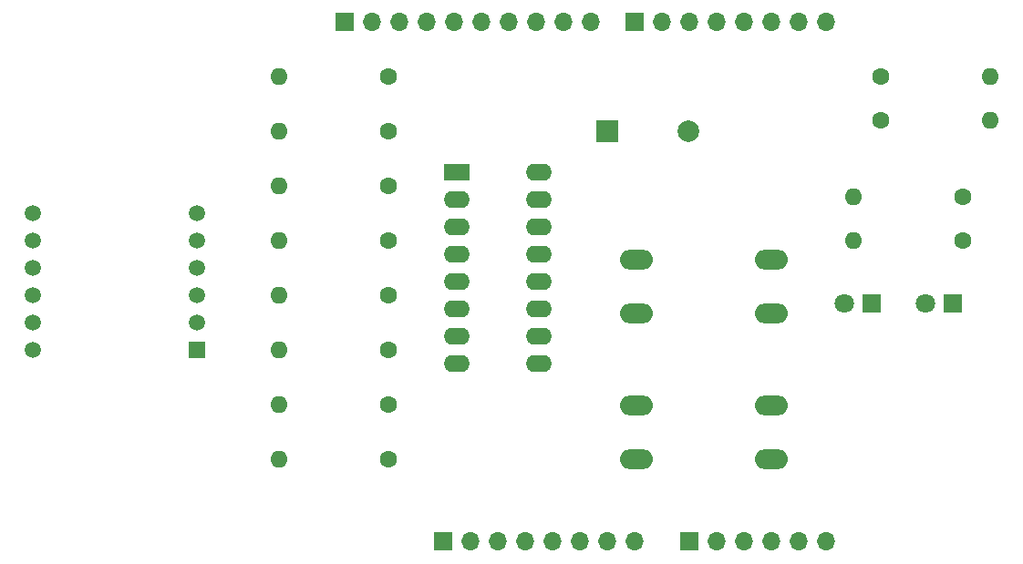
<source format=gbr>
%TF.GenerationSoftware,KiCad,Pcbnew,(7.0.0)*%
%TF.CreationDate,2023-03-30T13:35:51-06:00*%
%TF.ProjectId,Phase_A_UnoShield,50686173-655f-4415-9f55-6e6f53686965,rev?*%
%TF.SameCoordinates,Original*%
%TF.FileFunction,Soldermask,Top*%
%TF.FilePolarity,Negative*%
%FSLAX46Y46*%
G04 Gerber Fmt 4.6, Leading zero omitted, Abs format (unit mm)*
G04 Created by KiCad (PCBNEW (7.0.0)) date 2023-03-30 13:35:51*
%MOMM*%
%LPD*%
G01*
G04 APERTURE LIST*
%ADD10R,1.700000X1.700000*%
%ADD11O,1.700000X1.700000*%
%ADD12R,1.800000X1.800000*%
%ADD13C,1.800000*%
%ADD14R,2.400000X1.600000*%
%ADD15O,2.400000X1.600000*%
%ADD16C,1.600000*%
%ADD17O,1.600000X1.600000*%
%ADD18R,2.000000X2.000000*%
%ADD19C,2.000000*%
%ADD20O,3.048000X1.850000*%
%ADD21C,1.500000*%
%ADD22R,1.500000X1.500000*%
G04 APERTURE END LIST*
D10*
%TO.C,J1*%
X127939999Y-97459999D03*
D11*
X130479999Y-97459999D03*
X133019999Y-97459999D03*
X135559999Y-97459999D03*
X138099999Y-97459999D03*
X140639999Y-97459999D03*
X143179999Y-97459999D03*
X145719999Y-97459999D03*
%TD*%
D10*
%TO.C,J3*%
X150799999Y-97459999D03*
D11*
X153339999Y-97459999D03*
X155879999Y-97459999D03*
X158419999Y-97459999D03*
X160959999Y-97459999D03*
X163499999Y-97459999D03*
%TD*%
D10*
%TO.C,J2*%
X118795999Y-49199999D03*
D11*
X121335999Y-49199999D03*
X123875999Y-49199999D03*
X126415999Y-49199999D03*
X128955999Y-49199999D03*
X131495999Y-49199999D03*
X134035999Y-49199999D03*
X136575999Y-49199999D03*
X139115999Y-49199999D03*
X141655999Y-49199999D03*
%TD*%
D10*
%TO.C,J4*%
X145719999Y-49199999D03*
D11*
X148259999Y-49199999D03*
X150799999Y-49199999D03*
X153339999Y-49199999D03*
X155879999Y-49199999D03*
X158419999Y-49199999D03*
X160959999Y-49199999D03*
X163499999Y-49199999D03*
%TD*%
D12*
%TO.C,D2*%
X167799999Y-75319999D03*
D13*
X165260000Y-75320000D03*
%TD*%
D14*
%TO.C,U2*%
X129219999Y-63159999D03*
D15*
X129219999Y-65699999D03*
X129219999Y-68239999D03*
X129219999Y-70779999D03*
X129219999Y-73319999D03*
X129219999Y-75859999D03*
X129219999Y-78399999D03*
X129219999Y-80939999D03*
X136839999Y-80939999D03*
X136839999Y-78399999D03*
X136839999Y-75859999D03*
X136839999Y-73319999D03*
X136839999Y-70779999D03*
X136839999Y-68239999D03*
X136839999Y-65699999D03*
X136839999Y-63159999D03*
%TD*%
D16*
%TO.C,R8*%
X122860000Y-69520000D03*
D17*
X112699999Y-69519999D03*
%TD*%
D16*
%TO.C,R5*%
X122860000Y-54280000D03*
D17*
X112699999Y-54279999D03*
%TD*%
D12*
%TO.C,D1*%
X175299999Y-75319999D03*
D13*
X172760000Y-75320000D03*
%TD*%
D17*
%TO.C,R1*%
X178739999Y-54279999D03*
D16*
X168580000Y-54280000D03*
%TD*%
D18*
%TO.C,LS1*%
X143179999Y-59359999D03*
D19*
X150780000Y-59360000D03*
%TD*%
D17*
%TO.C,R2*%
X178739999Y-58329999D03*
D16*
X168580000Y-58330000D03*
%TD*%
D20*
%TO.C,SW1*%
X158419999Y-76289999D03*
X145919999Y-76289999D03*
X158419999Y-71289999D03*
X145919999Y-71289999D03*
%TD*%
%TO.C,SW2*%
X158419999Y-89839999D03*
X145919999Y-89839999D03*
X158419999Y-84839999D03*
X145919999Y-84839999D03*
%TD*%
D21*
%TO.C,U1*%
X89840000Y-79680000D03*
X89840000Y-77140000D03*
X89840000Y-74600000D03*
X89840000Y-72060000D03*
X89840000Y-69520000D03*
X89840000Y-66980000D03*
X105080000Y-66980000D03*
X105080000Y-69520000D03*
X105080000Y-72060000D03*
X105080000Y-74600000D03*
X105080000Y-77140000D03*
D22*
X105079999Y-79679999D03*
%TD*%
D16*
%TO.C,R12*%
X122860000Y-89840000D03*
D17*
X112699999Y-89839999D03*
%TD*%
D16*
%TO.C,R10*%
X122860000Y-79680000D03*
D17*
X112699999Y-79679999D03*
%TD*%
D16*
%TO.C,R9*%
X122860000Y-74600000D03*
D17*
X112699999Y-74599999D03*
%TD*%
D16*
%TO.C,R6*%
X122860000Y-59360000D03*
D17*
X112699999Y-59359999D03*
%TD*%
D16*
%TO.C,R3*%
X176200000Y-69520000D03*
D17*
X166039999Y-69519999D03*
%TD*%
D16*
%TO.C,R7*%
X122860000Y-64440000D03*
D17*
X112699999Y-64439999D03*
%TD*%
D16*
%TO.C,R11*%
X122860000Y-84760000D03*
D17*
X112699999Y-84759999D03*
%TD*%
D16*
%TO.C,R4*%
X176200000Y-65470000D03*
D17*
X166039999Y-65469999D03*
%TD*%
M02*

</source>
